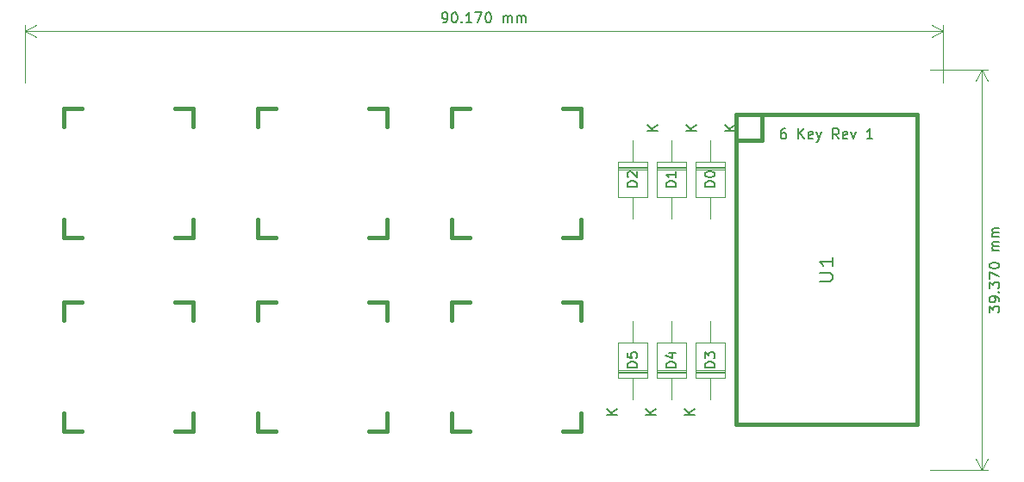
<source format=gbr>
G04 #@! TF.GenerationSoftware,KiCad,Pcbnew,(5.1.4)-1*
G04 #@! TF.CreationDate,2019-08-25T22:56:09+01:00*
G04 #@! TF.ProjectId,pcb,7063622e-6b69-4636-9164-5f7063625858,rev?*
G04 #@! TF.SameCoordinates,Original*
G04 #@! TF.FileFunction,Legend,Top*
G04 #@! TF.FilePolarity,Positive*
%FSLAX46Y46*%
G04 Gerber Fmt 4.6, Leading zero omitted, Abs format (unit mm)*
G04 Created by KiCad (PCBNEW (5.1.4)-1) date 2019-08-25 22:56:09*
%MOMM*%
%LPD*%
G04 APERTURE LIST*
%ADD10C,0.150000*%
%ADD11C,0.120000*%
%ADD12C,0.200000*%
%ADD13C,0.381000*%
%ADD14C,0.203200*%
G04 APERTURE END LIST*
D10*
X130262380Y-84835476D02*
X130262380Y-84216428D01*
X130643333Y-84549761D01*
X130643333Y-84406904D01*
X130690952Y-84311666D01*
X130738571Y-84264047D01*
X130833809Y-84216428D01*
X131071904Y-84216428D01*
X131167142Y-84264047D01*
X131214761Y-84311666D01*
X131262380Y-84406904D01*
X131262380Y-84692619D01*
X131214761Y-84787857D01*
X131167142Y-84835476D01*
X131262380Y-83740238D02*
X131262380Y-83549761D01*
X131214761Y-83454523D01*
X131167142Y-83406904D01*
X131024285Y-83311666D01*
X130833809Y-83264047D01*
X130452857Y-83264047D01*
X130357619Y-83311666D01*
X130310000Y-83359285D01*
X130262380Y-83454523D01*
X130262380Y-83645000D01*
X130310000Y-83740238D01*
X130357619Y-83787857D01*
X130452857Y-83835476D01*
X130690952Y-83835476D01*
X130786190Y-83787857D01*
X130833809Y-83740238D01*
X130881428Y-83645000D01*
X130881428Y-83454523D01*
X130833809Y-83359285D01*
X130786190Y-83311666D01*
X130690952Y-83264047D01*
X131167142Y-82835476D02*
X131214761Y-82787857D01*
X131262380Y-82835476D01*
X131214761Y-82883095D01*
X131167142Y-82835476D01*
X131262380Y-82835476D01*
X130262380Y-82454523D02*
X130262380Y-81835476D01*
X130643333Y-82168809D01*
X130643333Y-82025952D01*
X130690952Y-81930714D01*
X130738571Y-81883095D01*
X130833809Y-81835476D01*
X131071904Y-81835476D01*
X131167142Y-81883095D01*
X131214761Y-81930714D01*
X131262380Y-82025952D01*
X131262380Y-82311666D01*
X131214761Y-82406904D01*
X131167142Y-82454523D01*
X130262380Y-81502142D02*
X130262380Y-80835476D01*
X131262380Y-81264047D01*
X130262380Y-80264047D02*
X130262380Y-80168809D01*
X130310000Y-80073571D01*
X130357619Y-80025952D01*
X130452857Y-79978333D01*
X130643333Y-79930714D01*
X130881428Y-79930714D01*
X131071904Y-79978333D01*
X131167142Y-80025952D01*
X131214761Y-80073571D01*
X131262380Y-80168809D01*
X131262380Y-80264047D01*
X131214761Y-80359285D01*
X131167142Y-80406904D01*
X131071904Y-80454523D01*
X130881428Y-80502142D01*
X130643333Y-80502142D01*
X130452857Y-80454523D01*
X130357619Y-80406904D01*
X130310000Y-80359285D01*
X130262380Y-80264047D01*
X131262380Y-78740238D02*
X130595714Y-78740238D01*
X130690952Y-78740238D02*
X130643333Y-78692619D01*
X130595714Y-78597380D01*
X130595714Y-78454523D01*
X130643333Y-78359285D01*
X130738571Y-78311666D01*
X131262380Y-78311666D01*
X130738571Y-78311666D02*
X130643333Y-78264047D01*
X130595714Y-78168809D01*
X130595714Y-78025952D01*
X130643333Y-77930714D01*
X130738571Y-77883095D01*
X131262380Y-77883095D01*
X131262380Y-77406904D02*
X130595714Y-77406904D01*
X130690952Y-77406904D02*
X130643333Y-77359285D01*
X130595714Y-77264047D01*
X130595714Y-77121190D01*
X130643333Y-77025952D01*
X130738571Y-76978333D01*
X131262380Y-76978333D01*
X130738571Y-76978333D02*
X130643333Y-76930714D01*
X130595714Y-76835476D01*
X130595714Y-76692619D01*
X130643333Y-76597380D01*
X130738571Y-76549761D01*
X131262380Y-76549761D01*
D11*
X129540000Y-100330000D02*
X129540000Y-60960000D01*
X124460000Y-100330000D02*
X130126421Y-100330000D01*
X124460000Y-60960000D02*
X130126421Y-60960000D01*
X129540000Y-60960000D02*
X130126421Y-62086504D01*
X129540000Y-60960000D02*
X128953579Y-62086504D01*
X129540000Y-100330000D02*
X130126421Y-99203496D01*
X129540000Y-100330000D02*
X128953579Y-99203496D01*
D10*
X76597380Y-56332380D02*
X76787857Y-56332380D01*
X76883095Y-56284761D01*
X76930714Y-56237142D01*
X77025952Y-56094285D01*
X77073571Y-55903809D01*
X77073571Y-55522857D01*
X77025952Y-55427619D01*
X76978333Y-55380000D01*
X76883095Y-55332380D01*
X76692619Y-55332380D01*
X76597380Y-55380000D01*
X76549761Y-55427619D01*
X76502142Y-55522857D01*
X76502142Y-55760952D01*
X76549761Y-55856190D01*
X76597380Y-55903809D01*
X76692619Y-55951428D01*
X76883095Y-55951428D01*
X76978333Y-55903809D01*
X77025952Y-55856190D01*
X77073571Y-55760952D01*
X77692619Y-55332380D02*
X77787857Y-55332380D01*
X77883095Y-55380000D01*
X77930714Y-55427619D01*
X77978333Y-55522857D01*
X78025952Y-55713333D01*
X78025952Y-55951428D01*
X77978333Y-56141904D01*
X77930714Y-56237142D01*
X77883095Y-56284761D01*
X77787857Y-56332380D01*
X77692619Y-56332380D01*
X77597380Y-56284761D01*
X77549761Y-56237142D01*
X77502142Y-56141904D01*
X77454523Y-55951428D01*
X77454523Y-55713333D01*
X77502142Y-55522857D01*
X77549761Y-55427619D01*
X77597380Y-55380000D01*
X77692619Y-55332380D01*
X78454523Y-56237142D02*
X78502142Y-56284761D01*
X78454523Y-56332380D01*
X78406904Y-56284761D01*
X78454523Y-56237142D01*
X78454523Y-56332380D01*
X79454523Y-56332380D02*
X78883095Y-56332380D01*
X79168809Y-56332380D02*
X79168809Y-55332380D01*
X79073571Y-55475238D01*
X78978333Y-55570476D01*
X78883095Y-55618095D01*
X79787857Y-55332380D02*
X80454523Y-55332380D01*
X80025952Y-56332380D01*
X81025952Y-55332380D02*
X81121190Y-55332380D01*
X81216428Y-55380000D01*
X81264047Y-55427619D01*
X81311666Y-55522857D01*
X81359285Y-55713333D01*
X81359285Y-55951428D01*
X81311666Y-56141904D01*
X81264047Y-56237142D01*
X81216428Y-56284761D01*
X81121190Y-56332380D01*
X81025952Y-56332380D01*
X80930714Y-56284761D01*
X80883095Y-56237142D01*
X80835476Y-56141904D01*
X80787857Y-55951428D01*
X80787857Y-55713333D01*
X80835476Y-55522857D01*
X80883095Y-55427619D01*
X80930714Y-55380000D01*
X81025952Y-55332380D01*
X82549761Y-56332380D02*
X82549761Y-55665714D01*
X82549761Y-55760952D02*
X82597380Y-55713333D01*
X82692619Y-55665714D01*
X82835476Y-55665714D01*
X82930714Y-55713333D01*
X82978333Y-55808571D01*
X82978333Y-56332380D01*
X82978333Y-55808571D02*
X83025952Y-55713333D01*
X83121190Y-55665714D01*
X83264047Y-55665714D01*
X83359285Y-55713333D01*
X83406904Y-55808571D01*
X83406904Y-56332380D01*
X83883095Y-56332380D02*
X83883095Y-55665714D01*
X83883095Y-55760952D02*
X83930714Y-55713333D01*
X84025952Y-55665714D01*
X84168809Y-55665714D01*
X84264047Y-55713333D01*
X84311666Y-55808571D01*
X84311666Y-56332380D01*
X84311666Y-55808571D02*
X84359285Y-55713333D01*
X84454523Y-55665714D01*
X84597380Y-55665714D01*
X84692619Y-55713333D01*
X84740238Y-55808571D01*
X84740238Y-56332380D01*
D11*
X125730000Y-57150000D02*
X35560000Y-57150000D01*
X125730000Y-62230000D02*
X125730000Y-56563579D01*
X35560000Y-62230000D02*
X35560000Y-56563579D01*
X35560000Y-57150000D02*
X36686504Y-56563579D01*
X35560000Y-57150000D02*
X36686504Y-57736421D01*
X125730000Y-57150000D02*
X124603496Y-56563579D01*
X125730000Y-57150000D02*
X124603496Y-57736421D01*
D12*
X110252380Y-66762380D02*
X110061904Y-66762380D01*
X109966666Y-66810000D01*
X109919047Y-66857619D01*
X109823809Y-67000476D01*
X109776190Y-67190952D01*
X109776190Y-67571904D01*
X109823809Y-67667142D01*
X109871428Y-67714761D01*
X109966666Y-67762380D01*
X110157142Y-67762380D01*
X110252380Y-67714761D01*
X110300000Y-67667142D01*
X110347619Y-67571904D01*
X110347619Y-67333809D01*
X110300000Y-67238571D01*
X110252380Y-67190952D01*
X110157142Y-67143333D01*
X109966666Y-67143333D01*
X109871428Y-67190952D01*
X109823809Y-67238571D01*
X109776190Y-67333809D01*
X111538095Y-67762380D02*
X111538095Y-66762380D01*
X112109523Y-67762380D02*
X111680952Y-67190952D01*
X112109523Y-66762380D02*
X111538095Y-67333809D01*
X112919047Y-67714761D02*
X112823809Y-67762380D01*
X112633333Y-67762380D01*
X112538095Y-67714761D01*
X112490476Y-67619523D01*
X112490476Y-67238571D01*
X112538095Y-67143333D01*
X112633333Y-67095714D01*
X112823809Y-67095714D01*
X112919047Y-67143333D01*
X112966666Y-67238571D01*
X112966666Y-67333809D01*
X112490476Y-67429047D01*
X113300000Y-67095714D02*
X113538095Y-67762380D01*
X113776190Y-67095714D02*
X113538095Y-67762380D01*
X113442857Y-68000476D01*
X113395238Y-68048095D01*
X113300000Y-68095714D01*
X115490476Y-67762380D02*
X115157142Y-67286190D01*
X114919047Y-67762380D02*
X114919047Y-66762380D01*
X115300000Y-66762380D01*
X115395238Y-66810000D01*
X115442857Y-66857619D01*
X115490476Y-66952857D01*
X115490476Y-67095714D01*
X115442857Y-67190952D01*
X115395238Y-67238571D01*
X115300000Y-67286190D01*
X114919047Y-67286190D01*
X116300000Y-67714761D02*
X116204761Y-67762380D01*
X116014285Y-67762380D01*
X115919047Y-67714761D01*
X115871428Y-67619523D01*
X115871428Y-67238571D01*
X115919047Y-67143333D01*
X116014285Y-67095714D01*
X116204761Y-67095714D01*
X116300000Y-67143333D01*
X116347619Y-67238571D01*
X116347619Y-67333809D01*
X115871428Y-67429047D01*
X116680952Y-67095714D02*
X116919047Y-67762380D01*
X117157142Y-67095714D01*
X118823809Y-67762380D02*
X118252380Y-67762380D01*
X118538095Y-67762380D02*
X118538095Y-66762380D01*
X118442857Y-66905238D01*
X118347619Y-67000476D01*
X118252380Y-67048095D01*
D11*
X104290000Y-70035000D02*
X101450000Y-70035000D01*
X101450000Y-70035000D02*
X101450000Y-73475000D01*
X101450000Y-73475000D02*
X104290000Y-73475000D01*
X104290000Y-73475000D02*
X104290000Y-70035000D01*
X102870000Y-67915000D02*
X102870000Y-70035000D01*
X102870000Y-75595000D02*
X102870000Y-73475000D01*
X104290000Y-70635000D02*
X101450000Y-70635000D01*
X104290000Y-70755000D02*
X101450000Y-70755000D01*
X104290000Y-70515000D02*
X101450000Y-70515000D01*
X100480000Y-70515000D02*
X97640000Y-70515000D01*
X100480000Y-70755000D02*
X97640000Y-70755000D01*
X100480000Y-70635000D02*
X97640000Y-70635000D01*
X99060000Y-75595000D02*
X99060000Y-73475000D01*
X99060000Y-67915000D02*
X99060000Y-70035000D01*
X100480000Y-73475000D02*
X100480000Y-70035000D01*
X97640000Y-73475000D02*
X100480000Y-73475000D01*
X97640000Y-70035000D02*
X97640000Y-73475000D01*
X100480000Y-70035000D02*
X97640000Y-70035000D01*
X96670000Y-70035000D02*
X93830000Y-70035000D01*
X93830000Y-70035000D02*
X93830000Y-73475000D01*
X93830000Y-73475000D02*
X96670000Y-73475000D01*
X96670000Y-73475000D02*
X96670000Y-70035000D01*
X95250000Y-67915000D02*
X95250000Y-70035000D01*
X95250000Y-75595000D02*
X95250000Y-73475000D01*
X96670000Y-70635000D02*
X93830000Y-70635000D01*
X96670000Y-70755000D02*
X93830000Y-70755000D01*
X96670000Y-70515000D02*
X93830000Y-70515000D01*
X101450000Y-91255000D02*
X104290000Y-91255000D01*
X104290000Y-91255000D02*
X104290000Y-87815000D01*
X104290000Y-87815000D02*
X101450000Y-87815000D01*
X101450000Y-87815000D02*
X101450000Y-91255000D01*
X102870000Y-93375000D02*
X102870000Y-91255000D01*
X102870000Y-85695000D02*
X102870000Y-87815000D01*
X101450000Y-90655000D02*
X104290000Y-90655000D01*
X101450000Y-90535000D02*
X104290000Y-90535000D01*
X101450000Y-90775000D02*
X104290000Y-90775000D01*
X97640000Y-90775000D02*
X100480000Y-90775000D01*
X97640000Y-90535000D02*
X100480000Y-90535000D01*
X97640000Y-90655000D02*
X100480000Y-90655000D01*
X99060000Y-85695000D02*
X99060000Y-87815000D01*
X99060000Y-93375000D02*
X99060000Y-91255000D01*
X97640000Y-87815000D02*
X97640000Y-91255000D01*
X100480000Y-87815000D02*
X97640000Y-87815000D01*
X100480000Y-91255000D02*
X100480000Y-87815000D01*
X97640000Y-91255000D02*
X100480000Y-91255000D01*
X93830000Y-90775000D02*
X96670000Y-90775000D01*
X93830000Y-90535000D02*
X96670000Y-90535000D01*
X93830000Y-90655000D02*
X96670000Y-90655000D01*
X95250000Y-85695000D02*
X95250000Y-87815000D01*
X95250000Y-93375000D02*
X95250000Y-91255000D01*
X93830000Y-87815000D02*
X93830000Y-91255000D01*
X96670000Y-87815000D02*
X93830000Y-87815000D01*
X96670000Y-91255000D02*
X96670000Y-87815000D01*
X93830000Y-91255000D02*
X96670000Y-91255000D01*
D13*
X123190000Y-65405000D02*
X105410000Y-65405000D01*
X105410000Y-65405000D02*
X105410000Y-95885000D01*
X105410000Y-95885000D02*
X123190000Y-95885000D01*
X123190000Y-95885000D02*
X123190000Y-65405000D01*
X107950000Y-65405000D02*
X107950000Y-67945000D01*
X107950000Y-67945000D02*
X105410000Y-67945000D01*
X39370000Y-66548000D02*
X39370000Y-64770000D01*
X39370000Y-77470000D02*
X39370000Y-75692000D01*
X41148000Y-77470000D02*
X39370000Y-77470000D01*
X52070000Y-77470000D02*
X50292000Y-77470000D01*
X52070000Y-75692000D02*
X52070000Y-77470000D01*
X52070000Y-64770000D02*
X52070000Y-66548000D01*
X50292000Y-64770000D02*
X52070000Y-64770000D01*
X39370000Y-64770000D02*
X41148000Y-64770000D01*
X58420000Y-64770000D02*
X60198000Y-64770000D01*
X69342000Y-64770000D02*
X71120000Y-64770000D01*
X71120000Y-64770000D02*
X71120000Y-66548000D01*
X71120000Y-75692000D02*
X71120000Y-77470000D01*
X71120000Y-77470000D02*
X69342000Y-77470000D01*
X60198000Y-77470000D02*
X58420000Y-77470000D01*
X58420000Y-77470000D02*
X58420000Y-75692000D01*
X58420000Y-66548000D02*
X58420000Y-64770000D01*
X77470000Y-66548000D02*
X77470000Y-64770000D01*
X77470000Y-77470000D02*
X77470000Y-75692000D01*
X79248000Y-77470000D02*
X77470000Y-77470000D01*
X90170000Y-77470000D02*
X88392000Y-77470000D01*
X90170000Y-75692000D02*
X90170000Y-77470000D01*
X90170000Y-64770000D02*
X90170000Y-66548000D01*
X88392000Y-64770000D02*
X90170000Y-64770000D01*
X77470000Y-64770000D02*
X79248000Y-64770000D01*
X39370000Y-83820000D02*
X41148000Y-83820000D01*
X50292000Y-83820000D02*
X52070000Y-83820000D01*
X52070000Y-83820000D02*
X52070000Y-85598000D01*
X52070000Y-94742000D02*
X52070000Y-96520000D01*
X52070000Y-96520000D02*
X50292000Y-96520000D01*
X41148000Y-96520000D02*
X39370000Y-96520000D01*
X39370000Y-96520000D02*
X39370000Y-94742000D01*
X39370000Y-85598000D02*
X39370000Y-83820000D01*
X58420000Y-83820000D02*
X60198000Y-83820000D01*
X69342000Y-83820000D02*
X71120000Y-83820000D01*
X71120000Y-83820000D02*
X71120000Y-85598000D01*
X71120000Y-94742000D02*
X71120000Y-96520000D01*
X71120000Y-96520000D02*
X69342000Y-96520000D01*
X60198000Y-96520000D02*
X58420000Y-96520000D01*
X58420000Y-96520000D02*
X58420000Y-94742000D01*
X58420000Y-85598000D02*
X58420000Y-83820000D01*
X77470000Y-85598000D02*
X77470000Y-83820000D01*
X77470000Y-96520000D02*
X77470000Y-94742000D01*
X79248000Y-96520000D02*
X77470000Y-96520000D01*
X90170000Y-96520000D02*
X88392000Y-96520000D01*
X90170000Y-94742000D02*
X90170000Y-96520000D01*
X90170000Y-83820000D02*
X90170000Y-85598000D01*
X88392000Y-83820000D02*
X90170000Y-83820000D01*
X77470000Y-83820000D02*
X79248000Y-83820000D01*
D10*
X103322380Y-72493095D02*
X102322380Y-72493095D01*
X102322380Y-72255000D01*
X102370000Y-72112142D01*
X102465238Y-72016904D01*
X102560476Y-71969285D01*
X102750952Y-71921666D01*
X102893809Y-71921666D01*
X103084285Y-71969285D01*
X103179523Y-72016904D01*
X103274761Y-72112142D01*
X103322380Y-72255000D01*
X103322380Y-72493095D01*
X102322380Y-71302619D02*
X102322380Y-71207380D01*
X102370000Y-71112142D01*
X102417619Y-71064523D01*
X102512857Y-71016904D01*
X102703333Y-70969285D01*
X102941428Y-70969285D01*
X103131904Y-71016904D01*
X103227142Y-71064523D01*
X103274761Y-71112142D01*
X103322380Y-71207380D01*
X103322380Y-71302619D01*
X103274761Y-71397857D01*
X103227142Y-71445476D01*
X103131904Y-71493095D01*
X102941428Y-71540714D01*
X102703333Y-71540714D01*
X102512857Y-71493095D01*
X102417619Y-71445476D01*
X102370000Y-71397857D01*
X102322380Y-71302619D01*
X105322380Y-66936904D02*
X104322380Y-66936904D01*
X105322380Y-66365476D02*
X104750952Y-66794047D01*
X104322380Y-66365476D02*
X104893809Y-66936904D01*
X99512380Y-72493095D02*
X98512380Y-72493095D01*
X98512380Y-72255000D01*
X98560000Y-72112142D01*
X98655238Y-72016904D01*
X98750476Y-71969285D01*
X98940952Y-71921666D01*
X99083809Y-71921666D01*
X99274285Y-71969285D01*
X99369523Y-72016904D01*
X99464761Y-72112142D01*
X99512380Y-72255000D01*
X99512380Y-72493095D01*
X99512380Y-70969285D02*
X99512380Y-71540714D01*
X99512380Y-71255000D02*
X98512380Y-71255000D01*
X98655238Y-71350238D01*
X98750476Y-71445476D01*
X98798095Y-71540714D01*
X101512380Y-66936904D02*
X100512380Y-66936904D01*
X101512380Y-66365476D02*
X100940952Y-66794047D01*
X100512380Y-66365476D02*
X101083809Y-66936904D01*
X95702380Y-72493095D02*
X94702380Y-72493095D01*
X94702380Y-72255000D01*
X94750000Y-72112142D01*
X94845238Y-72016904D01*
X94940476Y-71969285D01*
X95130952Y-71921666D01*
X95273809Y-71921666D01*
X95464285Y-71969285D01*
X95559523Y-72016904D01*
X95654761Y-72112142D01*
X95702380Y-72255000D01*
X95702380Y-72493095D01*
X94797619Y-71540714D02*
X94750000Y-71493095D01*
X94702380Y-71397857D01*
X94702380Y-71159761D01*
X94750000Y-71064523D01*
X94797619Y-71016904D01*
X94892857Y-70969285D01*
X94988095Y-70969285D01*
X95130952Y-71016904D01*
X95702380Y-71588333D01*
X95702380Y-70969285D01*
X97702380Y-66936904D02*
X96702380Y-66936904D01*
X97702380Y-66365476D02*
X97130952Y-66794047D01*
X96702380Y-66365476D02*
X97273809Y-66936904D01*
X103322380Y-90273095D02*
X102322380Y-90273095D01*
X102322380Y-90035000D01*
X102370000Y-89892142D01*
X102465238Y-89796904D01*
X102560476Y-89749285D01*
X102750952Y-89701666D01*
X102893809Y-89701666D01*
X103084285Y-89749285D01*
X103179523Y-89796904D01*
X103274761Y-89892142D01*
X103322380Y-90035000D01*
X103322380Y-90273095D01*
X102322380Y-89368333D02*
X102322380Y-88749285D01*
X102703333Y-89082619D01*
X102703333Y-88939761D01*
X102750952Y-88844523D01*
X102798571Y-88796904D01*
X102893809Y-88749285D01*
X103131904Y-88749285D01*
X103227142Y-88796904D01*
X103274761Y-88844523D01*
X103322380Y-88939761D01*
X103322380Y-89225476D01*
X103274761Y-89320714D01*
X103227142Y-89368333D01*
X101322380Y-94876904D02*
X100322380Y-94876904D01*
X101322380Y-94305476D02*
X100750952Y-94734047D01*
X100322380Y-94305476D02*
X100893809Y-94876904D01*
X99512380Y-90273095D02*
X98512380Y-90273095D01*
X98512380Y-90035000D01*
X98560000Y-89892142D01*
X98655238Y-89796904D01*
X98750476Y-89749285D01*
X98940952Y-89701666D01*
X99083809Y-89701666D01*
X99274285Y-89749285D01*
X99369523Y-89796904D01*
X99464761Y-89892142D01*
X99512380Y-90035000D01*
X99512380Y-90273095D01*
X98845714Y-88844523D02*
X99512380Y-88844523D01*
X98464761Y-89082619D02*
X99179047Y-89320714D01*
X99179047Y-88701666D01*
X97512380Y-94876904D02*
X96512380Y-94876904D01*
X97512380Y-94305476D02*
X96940952Y-94734047D01*
X96512380Y-94305476D02*
X97083809Y-94876904D01*
X95702380Y-90273095D02*
X94702380Y-90273095D01*
X94702380Y-90035000D01*
X94750000Y-89892142D01*
X94845238Y-89796904D01*
X94940476Y-89749285D01*
X95130952Y-89701666D01*
X95273809Y-89701666D01*
X95464285Y-89749285D01*
X95559523Y-89796904D01*
X95654761Y-89892142D01*
X95702380Y-90035000D01*
X95702380Y-90273095D01*
X94702380Y-88796904D02*
X94702380Y-89273095D01*
X95178571Y-89320714D01*
X95130952Y-89273095D01*
X95083333Y-89177857D01*
X95083333Y-88939761D01*
X95130952Y-88844523D01*
X95178571Y-88796904D01*
X95273809Y-88749285D01*
X95511904Y-88749285D01*
X95607142Y-88796904D01*
X95654761Y-88844523D01*
X95702380Y-88939761D01*
X95702380Y-89177857D01*
X95654761Y-89273095D01*
X95607142Y-89320714D01*
X93702380Y-94876904D02*
X92702380Y-94876904D01*
X93702380Y-94305476D02*
X93130952Y-94734047D01*
X92702380Y-94305476D02*
X93273809Y-94876904D01*
D14*
X113604523Y-81806142D02*
X114632619Y-81806142D01*
X114753571Y-81733571D01*
X114814047Y-81661000D01*
X114874523Y-81515857D01*
X114874523Y-81225571D01*
X114814047Y-81080428D01*
X114753571Y-81007857D01*
X114632619Y-80935285D01*
X113604523Y-80935285D01*
X114874523Y-79411285D02*
X114874523Y-80282142D01*
X114874523Y-79846714D02*
X113604523Y-79846714D01*
X113785952Y-79991857D01*
X113906904Y-80137000D01*
X113967380Y-80282142D01*
M02*

</source>
